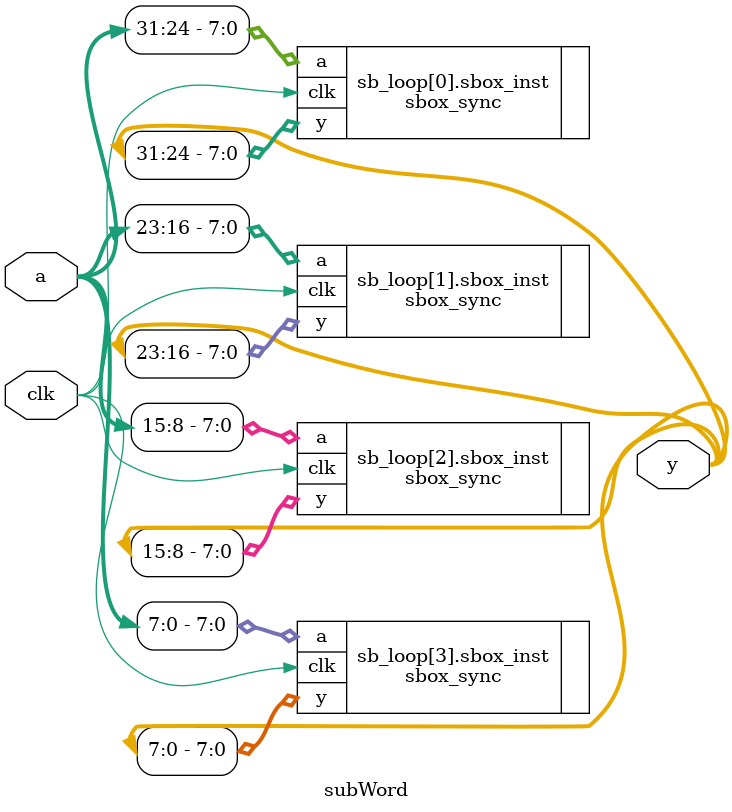
<source format=sv>


module subWord(input logic clk,
               input logic [31:0] a,
               output logic [31:0] y);
  genvar i;
  generate
    for (i = 0; i < 4; i++) begin : sb_loop
      sbox_sync sbox_inst (.a(a[31 - 8*i -: 8]), .clk(clk), .y(y[31 - 8*i -: 8]));
    end
  endgenerate
endmodule

</source>
